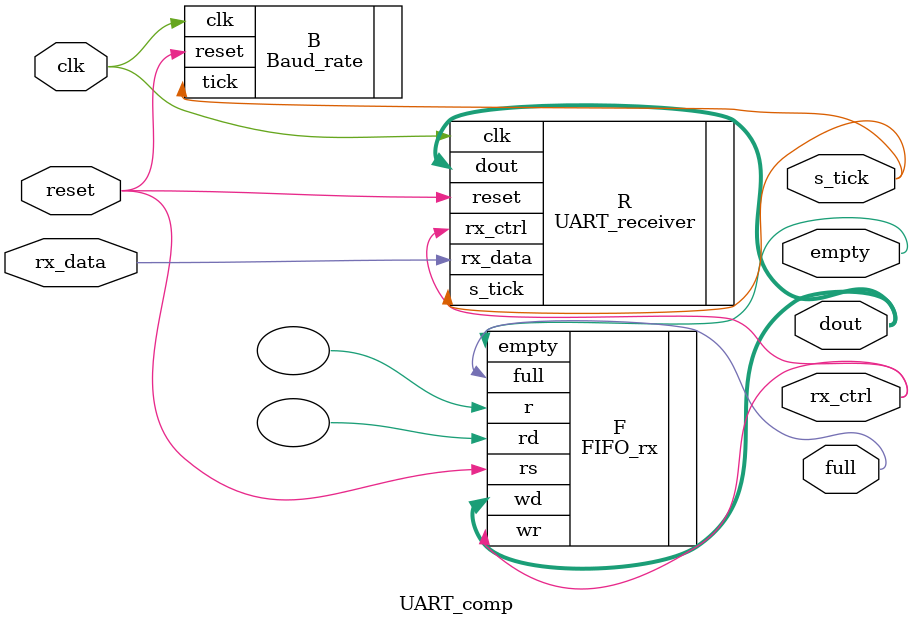
<source format=v>
`timescale 1ns / 1ps
module UART_comp
	#(parameter w = 8, s = 4, 
					N = 3, M = 5
	)
	(
	input wire clk, reset,
	input wire rx_data,
	output wire s_tick,
	output wire [w-1:0] dout,
	output wire rx_ctrl, empty, full
	);

	Baud_rate #(.N(N),.M(M)) B(.clk(clk),.reset(reset),.tick(s_tick));
	UART_receiver R(.clk(clk),.reset(reset),.rx_data(rx_data),.s_tick(s_tick),.rx_ctrl(rx_ctrl),.dout(dout));
	FIFO_rx #(.w(w),.s(s)) F(.wd(dout),.rs(reset),.wr(rx_ctrl),.rd(),.empty(empty),.full(full),.r());

endmodule

</source>
